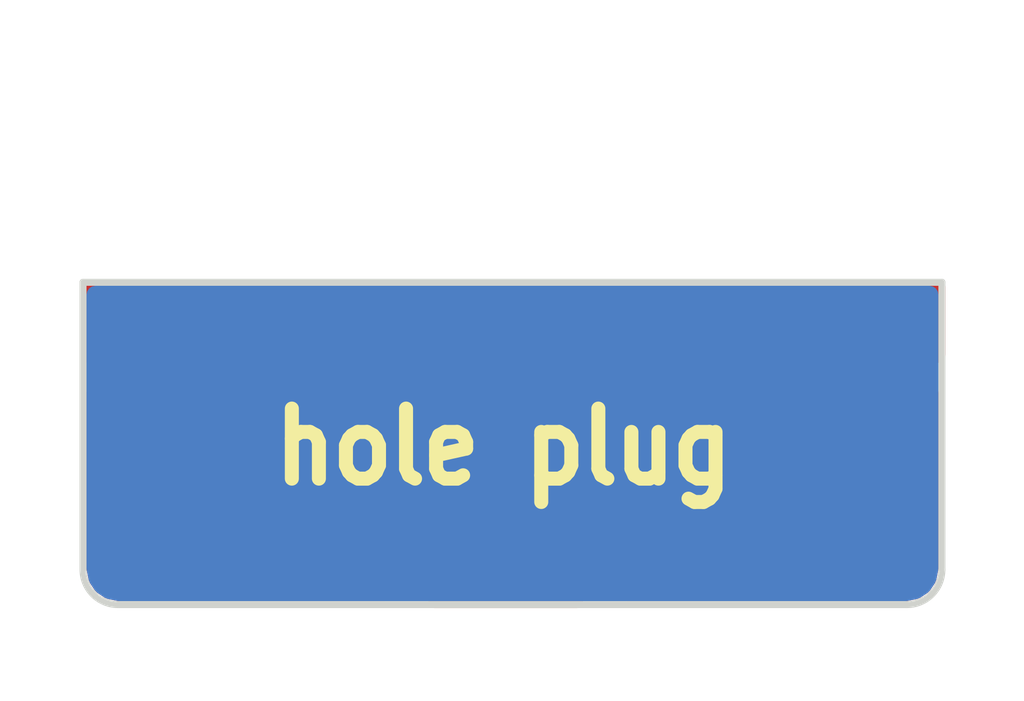
<source format=kicad_pcb>
(kicad_pcb (version 20160815) (host pcbnew "(2016-09-17 revision 679eef1)-makepkg")

  (general
    (links 3)
    (no_connects 1)
    (area 55.672143 114.8775 71.647857 126.127857)
    (thickness 1.6)
    (drawings 27)
    (tracks 1)
    (zones 0)
    (modules 4)
    (nets 2)
  )

  (page A4)
  (layers
    (0 F.Cu signal)
    (31 B.Cu signal)
    (32 B.Adhes user)
    (33 F.Adhes user)
    (34 B.Paste user)
    (35 F.Paste user)
    (36 B.SilkS user)
    (37 F.SilkS user)
    (38 B.Mask user)
    (39 F.Mask user)
    (40 Dwgs.User user)
    (41 Cmts.User user)
    (42 Eco1.User user)
    (43 Eco2.User user)
    (44 Edge.Cuts user)
    (45 Margin user)
    (46 B.CrtYd user)
    (47 F.CrtYd user)
    (48 B.Fab user)
    (49 F.Fab user)
  )

  (setup
    (last_trace_width 0.25)
    (trace_clearance 0.2)
    (zone_clearance 0)
    (zone_45_only yes)
    (trace_min 0.2)
    (segment_width 0.5)
    (edge_width 0.1)
    (via_size 0.8)
    (via_drill 0.4)
    (via_min_size 0.4)
    (via_min_drill 0.3)
    (uvia_size 0.3)
    (uvia_drill 0.1)
    (uvias_allowed no)
    (uvia_min_size 0.2)
    (uvia_min_drill 0.1)
    (pcb_text_width 0.3)
    (pcb_text_size 1.5 1.5)
    (mod_edge_width 0.15)
    (mod_text_size 1 1)
    (mod_text_width 0.15)
    (pad_size 0.8 2.2)
    (pad_drill 0)
    (pad_to_mask_clearance 0)
    (aux_axis_origin 57.27 119.21)
    (grid_origin 57.27 119.21)
    (visible_elements 7FFFFFFF)
    (pcbplotparams
      (layerselection 0x010f0_ffffffff)
      (usegerberextensions true)
      (excludeedgelayer true)
      (linewidth 0.150000)
      (plotframeref false)
      (viasonmask false)
      (mode 1)
      (useauxorigin true)
      (hpglpennumber 1)
      (hpglpenspeed 20)
      (hpglpendiameter 15)
      (psnegative false)
      (psa4output false)
      (plotreference false)
      (plotvalue false)
      (plotinvisibletext false)
      (padsonsilk false)
      (subtractmaskfromsilk true)
      (outputformat 1)
      (mirror false)
      (drillshape 0)
      (scaleselection 1)
      (outputdirectory ../_Gerber/20160924_hole_plug_2/))
  )

  (net 0 "")
  (net 1 GND)

  (net_class Default "This is the default net class."
    (clearance 0.2)
    (trace_width 0.25)
    (via_dia 0.8)
    (via_drill 0.4)
    (uvia_dia 0.3)
    (uvia_drill 0.1)
    (diff_pair_gap 0.25)
    (diff_pair_width 0.2)
    (add_net GND)
  )

  (module Connect:1pin (layer B.Cu) (tedit 57E682F9) (tstamp 57D43114)
    (at 63.47 120.11 90)
    (descr "module 1 pin (ou trou mecanique de percage)")
    (tags DEV)
    (fp_text reference REF** (at 0 4.175 90) (layer B.SilkS) hide
      (effects (font (size 1 1) (thickness 0.15)) (justify mirror))
    )
    (fp_text value 1pin (at 0 -2.794 90) (layer B.Fab)
      (effects (font (size 1 1) (thickness 0.15)) (justify mirror))
    )
    (pad 1 smd roundrect (at 0 0 90) (size 0.8 2.2) (layers B.Cu)(roundrect_rratio 0.1)
      (net 1 GND) (zone_connect 2) (thermal_width 0.3) (thermal_gap 0.5))
  )

  (module Connect:1pin (layer F.Cu) (tedit 57E682F9) (tstamp 57D42815)
    (at 58.09 120.01)
    (descr "module 1 pin (ou trou mecanique de percage)")
    (tags DEV)
    (fp_text reference REF** (at 0 -4.175) (layer F.SilkS) hide
      (effects (font (size 1 1) (thickness 0.15)))
    )
    (fp_text value 1pin (at 0 2.794) (layer F.Fab)
      (effects (font (size 1 1) (thickness 0.15)))
    )
    (pad 1 smd roundrect (at 0 0) (size 1.2 1.2) (layers F.Cu F.Mask)(roundrect_rratio 0.1)
      (net 1 GND) (zone_connect 1) (thermal_width 0.5) (thermal_gap 0.3))
  )

  (module Connect:1pin (layer F.Cu) (tedit 57E682F9) (tstamp 57D427FA)
    (at 69.23 120.01)
    (descr "module 1 pin (ou trou mecanique de percage)")
    (tags DEV)
    (fp_text reference REF** (at 0 -4.175) (layer F.SilkS) hide
      (effects (font (size 1 1) (thickness 0.15)))
    )
    (fp_text value 1pin (at 0 2.794) (layer F.Fab)
      (effects (font (size 1 1) (thickness 0.15)))
    )
    (pad 1 smd roundrect (at 0 0) (size 1.2 1.2) (layers F.Cu F.Mask)(roundrect_rratio 0.1)
      (net 1 GND) (zone_connect 1) (thermal_width 0.5) (thermal_gap 0.3))
  )

  (module Connect:1pin (layer F.Cu) (tedit 57E682F9) (tstamp 57D427F0)
    (at 63.56 123.71 270)
    (descr "module 1 pin (ou trou mecanique de percage)")
    (tags DEV)
    (fp_text reference REF** (at 0 -4.175 270) (layer F.SilkS) hide
      (effects (font (size 1 1) (thickness 0.15)))
    )
    (fp_text value 1pin (at 0 2.794 270) (layer F.Fab)
      (effects (font (size 1 1) (thickness 0.15)))
    )
    (pad 1 smd roundrect (at 0 0 270) (size 0.8 2.2) (layers F.Cu F.Mask)(roundrect_rratio 0.1)
      (net 1 GND) (zone_connect 1) (thermal_width 0.3) (thermal_gap 0.5))
  )

  (gr_text "hole plug" (at 63.53 121.81) (layer F.SilkS) (tstamp 57B64DBF)
    (effects (font (size 1 0.9) (thickness 0.2)))
  )
  (gr_line (start 69.78 119.46) (end 69.78 123.56) (layer Edge.Cuts) (width 0.1))
  (gr_line (start 57.53 119.46) (end 69.78 119.46) (layer Edge.Cuts) (width 0.1))
  (gr_line (start 57.53 123.55) (end 57.53 119.46) (layer Edge.Cuts) (width 0.1))
  (gr_line (start 69.28 124.06) (end 58.03 124.06) (layer Edge.Cuts) (width 0.1))
  (gr_arc (start 69.28 123.56) (end 69.78 123.56) (angle 90) (layer Edge.Cuts) (width 0.1) (tstamp 57B64CEB))
  (gr_arc (start 58.03 123.56) (end 58.03 124.06) (angle 90) (layer Edge.Cuts) (width 0.1) (tstamp 57B64CE2))
  (gr_line (start 69.913521 119.199078) (end 57.413521 119.199078) (layer Dwgs.User) (width 0.1))
  (gr_line (start 57.413521 119.199078) (end 57.413521 124.199078) (layer Dwgs.User) (width 0.1))
  (gr_line (start 69.913521 124.199078) (end 69.913521 119.199078) (layer Dwgs.User) (width 0.1))
  (gr_line (start 57.413521 124.199078) (end 69.913521 124.199078) (layer Dwgs.User) (width 0.1))
  (gr_line (start 70.608536 119.540521) (end 70.608536 115.480749) (layer Dwgs.User) (width 0.1))
  (gr_line (start 56.543957 119.540521) (end 70.608536 119.540521) (layer Dwgs.User) (width 0.1))
  (gr_line (start 56.543957 115.480749) (end 56.543957 119.540521) (layer Dwgs.User) (width 0.1))
  (gr_line (start 70.608536 115.480749) (end 56.543957 115.480749) (layer Dwgs.User) (width 0.1))
  (gr_line (start 70.396626 119.272938) (end 70.396626 115.83049) (layer Dwgs.User) (width 0.1))
  (gr_line (start 56.751611 115.83049) (end 56.751611 119.272938) (layer Dwgs.User) (width 0.1))
  (gr_line (start 56.751611 119.272938) (end 70.396626 119.272938) (layer Dwgs.User) (width 0.1))
  (gr_line (start 70.396626 115.83049) (end 56.751611 115.83049) (layer Dwgs.User) (width 0.1))
  (gr_line (start 70.271898 119.28539) (end 56.851404 119.28539) (layer Dwgs.User) (width 0.1))
  (gr_line (start 69.648749 123.919269) (end 69.648749 119.400409) (layer Dwgs.User) (width 0.1))
  (gr_line (start 69.648749 119.400409) (end 57.662449 119.400409) (layer Dwgs.User) (width 0.1))
  (gr_line (start 57.662449 119.400409) (end 57.662449 123.919269) (layer Dwgs.User) (width 0.1))
  (gr_line (start 57.662449 123.919269) (end 69.648749 123.919269) (layer Dwgs.User) (width 0.1))
  (gr_line (start 56.851404 121.256057) (end 70.271898 121.256057) (layer Dwgs.User) (width 0.1))
  (gr_line (start 70.271898 121.256057) (end 70.271898 119.28539) (layer Dwgs.User) (width 0.1))
  (gr_line (start 56.851404 119.28539) (end 56.851404 121.256057) (layer Dwgs.User) (width 0.1))

  (segment (start 70.25 115.45) (end 56.95 115.45) (width 0.25) (layer Dwgs.User) (net 0))

  (zone (net 1) (net_name GND) (layer F.Cu) (tstamp 57B64E0F) (hatch edge 0.508)
    (connect_pads yes (clearance 0))
    (min_thickness 0.254)
    (fill yes (arc_segments 16) (thermal_gap 0.508) (thermal_bridge_width 0.508))
    (polygon
      (pts
        (xy 57.43 124.14) (xy 69.88 124.15) (xy 69.91 119.31) (xy 57.43 119.36)
      )
    )
    (filled_polygon
      (pts
        (xy 68.203 119.78025) (xy 68.30975 119.887) (xy 69.107 119.887) (xy 69.107 119.867) (xy 69.353 119.867)
        (xy 69.353 119.887) (xy 69.373 119.887) (xy 69.373 120.133) (xy 69.353 120.133) (xy 69.353 120.93025)
        (xy 69.45975 121.037) (xy 69.603 121.037) (xy 69.603 123.542567) (xy 69.57521 123.682278) (xy 69.505943 123.785943)
        (xy 69.402278 123.85521) (xy 69.262567 123.883) (xy 65.28025 123.883) (xy 65.13025 123.733) (xy 63.583 123.733)
        (xy 63.583 123.753) (xy 63.537 123.753) (xy 63.537 123.733) (xy 61.98975 123.733) (xy 61.83975 123.883)
        (xy 58.047433 123.883) (xy 57.907722 123.85521) (xy 57.804057 123.785943) (xy 57.73479 123.682278) (xy 57.707 123.542567)
        (xy 57.707 123.185282) (xy 61.833 123.185282) (xy 61.833 123.53025) (xy 61.98975 123.687) (xy 63.537 123.687)
        (xy 63.537 122.83975) (xy 63.583 122.83975) (xy 63.583 123.687) (xy 65.13025 123.687) (xy 65.287 123.53025)
        (xy 65.287 123.185282) (xy 65.191545 122.954833) (xy 65.015167 122.778455) (xy 64.784718 122.683) (xy 63.73975 122.683)
        (xy 63.583 122.83975) (xy 63.537 122.83975) (xy 63.38025 122.683) (xy 62.335282 122.683) (xy 62.104833 122.778455)
        (xy 61.928455 122.954833) (xy 61.833 123.185282) (xy 57.707 123.185282) (xy 57.707 121.037) (xy 57.86025 121.037)
        (xy 57.967 120.93025) (xy 57.967 120.133) (xy 58.213 120.133) (xy 58.213 120.93025) (xy 58.31975 121.037)
        (xy 58.774935 121.037) (xy 58.931876 120.971993) (xy 59.051993 120.851876) (xy 59.117 120.694936) (xy 59.117 120.23975)
        (xy 68.203 120.23975) (xy 68.203 120.694936) (xy 68.268007 120.851876) (xy 68.388124 120.971993) (xy 68.545065 121.037)
        (xy 69.00025 121.037) (xy 69.107 120.93025) (xy 69.107 120.133) (xy 68.30975 120.133) (xy 68.203 120.23975)
        (xy 59.117 120.23975) (xy 59.01025 120.133) (xy 58.213 120.133) (xy 57.967 120.133) (xy 57.947 120.133)
        (xy 57.947 119.887) (xy 57.967 119.887) (xy 57.967 119.867) (xy 58.213 119.867) (xy 58.213 119.887)
        (xy 59.01025 119.887) (xy 59.117 119.78025) (xy 59.117 119.637) (xy 68.203 119.637)
      )
    )
  )
  (zone (net 1) (net_name GND) (layer B.Cu) (tstamp 57B64E1D) (hatch edge 0.508)
    (connect_pads yes (clearance 0))
    (min_thickness 0.254)
    (fill yes (arc_segments 16) (thermal_gap 0.508) (thermal_bridge_width 0.508))
    (polygon
      (pts
        (xy 57.33 119.26) (xy 70.04 119.15) (xy 70.09 124.32) (xy 57.28 124.27)
      )
    )
    (filled_polygon
      (pts
        (xy 69.603 123.542567) (xy 69.57521 123.682278) (xy 69.505943 123.785943) (xy 69.402278 123.85521) (xy 69.262567 123.883)
        (xy 58.047433 123.883) (xy 57.907722 123.85521) (xy 57.804057 123.785943) (xy 57.73479 123.682278) (xy 57.707 123.542567)
        (xy 57.707 119.637) (xy 69.603 119.637)
      )
    )
  )
)

</source>
